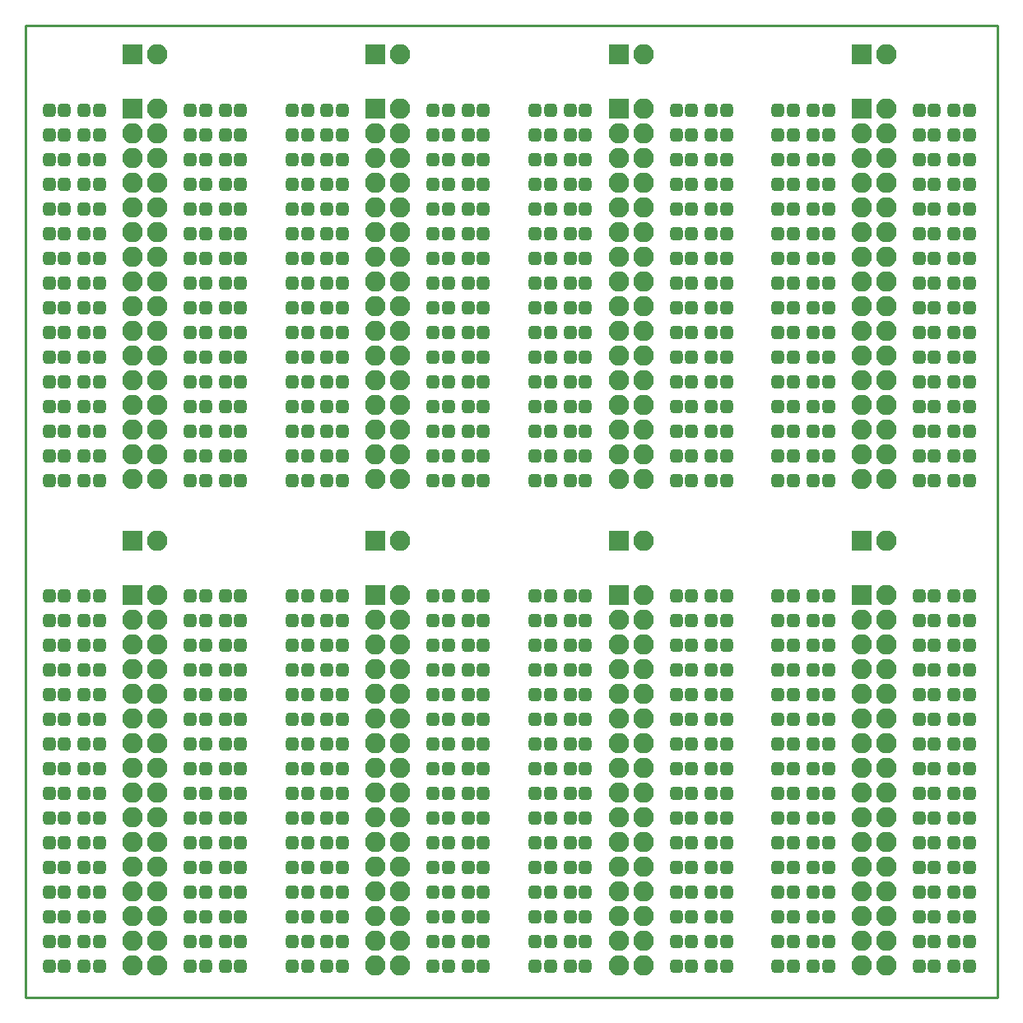
<source format=gbr>
%TF.GenerationSoftware,KiCad,Pcbnew,(5.99.0-8510-g4da28cf8f4)*%
%TF.CreationDate,2021-03-01T14:47:10+00:00*%
%TF.ProjectId,test_ledout,74657374-5f6c-4656-946f-75742e6b6963,D*%
%TF.SameCoordinates,PX5f5e100PY5f5e100*%
%TF.FileFunction,Soldermask,Top*%
%TF.FilePolarity,Negative*%
%FSLAX46Y46*%
G04 Gerber Fmt 4.6, Leading zero omitted, Abs format (unit mm)*
G04 Created by KiCad (PCBNEW (5.99.0-8510-g4da28cf8f4)) date 2021-03-01 14:47:10*
%MOMM*%
%LPD*%
G01*
G04 APERTURE LIST*
G04 Aperture macros list*
%AMRoundRect*
0 Rectangle with rounded corners*
0 $1 Rounding radius*
0 $2 $3 $4 $5 $6 $7 $8 $9 X,Y pos of 4 corners*
0 Add a 4 corners polygon primitive as box body*
4,1,4,$2,$3,$4,$5,$6,$7,$8,$9,$2,$3,0*
0 Add four circle primitives for the rounded corners*
1,1,$1+$1,$2,$3*
1,1,$1+$1,$4,$5*
1,1,$1+$1,$6,$7*
1,1,$1+$1,$8,$9*
0 Add four rect primitives between the rounded corners*
20,1,$1+$1,$2,$3,$4,$5,0*
20,1,$1+$1,$4,$5,$6,$7,0*
20,1,$1+$1,$6,$7,$8,$9,0*
20,1,$1+$1,$8,$9,$2,$3,0*%
G04 Aperture macros list end*
%TA.AperFunction,Profile*%
%ADD10C,0.254000*%
%TD*%
%ADD11RoundRect,0.318750X0.318750X0.356250X-0.318750X0.356250X-0.318750X-0.356250X0.318750X-0.356250X0*%
%ADD12RoundRect,0.318750X-0.318750X-0.356250X0.318750X-0.356250X0.318750X0.356250X-0.318750X0.356250X0*%
%ADD13RoundRect,0.200000X-0.850000X-0.850000X0.850000X-0.850000X0.850000X0.850000X-0.850000X0.850000X0*%
%ADD14O,2.100000X2.100000*%
G04 APERTURE END LIST*
D10*
X37000000Y-10000000D02*
X137000000Y-10000000D01*
X37000000Y90000000D02*
X37000000Y-10000000D01*
X137000000Y90000000D02*
X37000000Y90000000D01*
X137000000Y-10000000D02*
X137000000Y90000000D01*
D11*
%TO.C,REF\u002A\u002A*%
X94590000Y55870000D03*
X93015000Y55870000D03*
%TD*%
D12*
%TO.C,REF\u002A\u002A*%
X107522500Y81270000D03*
X109097500Y81270000D03*
%TD*%
D11*
%TO.C,REF\u002A\u002A*%
X89415000Y-6830000D03*
X90990000Y-6830000D03*
%TD*%
D12*
%TO.C,REF\u002A\u002A*%
X132522500Y31270000D03*
X134097500Y31270000D03*
%TD*%
%TO.C,REF\u002A\u002A*%
X128922500Y13490000D03*
X130497500Y13490000D03*
%TD*%
D11*
%TO.C,REF\u002A\u002A*%
X114415000Y31270000D03*
X115990000Y31270000D03*
%TD*%
D12*
%TO.C,REF\u002A\u002A*%
X132522500Y43170000D03*
X134097500Y43170000D03*
%TD*%
D11*
%TO.C,REF\u002A\u002A*%
X118015000Y50790000D03*
X119590000Y50790000D03*
%TD*%
D13*
%TO.C,REF\u002A\u002A*%
X98000000Y37000000D03*
D14*
X100540000Y37000000D03*
%TD*%
D12*
%TO.C,REF\u002A\u002A*%
X105497500Y8410000D03*
X103922500Y8410000D03*
%TD*%
D11*
%TO.C,REF\u002A\u002A*%
X90990000Y76190000D03*
X89415000Y76190000D03*
%TD*%
%TO.C,REF\u002A\u002A*%
X94590000Y76190000D03*
X93015000Y76190000D03*
%TD*%
%TO.C,REF\u002A\u002A*%
X118015000Y48250000D03*
X119590000Y48250000D03*
%TD*%
D12*
%TO.C,REF\u002A\u002A*%
X132522500Y78730000D03*
X134097500Y78730000D03*
%TD*%
D11*
%TO.C,REF\u002A\u002A*%
X115990000Y-1750000D03*
X114415000Y-1750000D03*
%TD*%
D12*
%TO.C,REF\u002A\u002A*%
X130497500Y71110000D03*
X128922500Y71110000D03*
%TD*%
%TO.C,REF\u002A\u002A*%
X134097500Y5870000D03*
X132522500Y5870000D03*
%TD*%
D11*
%TO.C,REF\u002A\u002A*%
X119590000Y5870000D03*
X118015000Y5870000D03*
%TD*%
%TO.C,REF\u002A\u002A*%
X93015000Y10950000D03*
X94590000Y10950000D03*
%TD*%
%TO.C,REF\u002A\u002A*%
X93015000Y28730000D03*
X94590000Y28730000D03*
%TD*%
D12*
%TO.C,REF\u002A\u002A*%
X103922500Y63490000D03*
X105497500Y63490000D03*
%TD*%
D11*
%TO.C,REF\u002A\u002A*%
X89415000Y81270000D03*
X90990000Y81270000D03*
%TD*%
D12*
%TO.C,REF\u002A\u002A*%
X103922500Y53330000D03*
X105497500Y53330000D03*
%TD*%
%TO.C,REF\u002A\u002A*%
X103922500Y50790000D03*
X105497500Y50790000D03*
%TD*%
D11*
%TO.C,REF\u002A\u002A*%
X89415000Y26190000D03*
X90990000Y26190000D03*
%TD*%
%TO.C,REF\u002A\u002A*%
X93015000Y26190000D03*
X94590000Y26190000D03*
%TD*%
D13*
%TO.C,REF\u002A\u002A*%
X98000000Y31400000D03*
D14*
X100540000Y31400000D03*
X98000000Y28860000D03*
X100540000Y28860000D03*
X98000000Y26320000D03*
X100540000Y26320000D03*
X98000000Y23780000D03*
X100540000Y23780000D03*
X98000000Y21240000D03*
X100540000Y21240000D03*
X98000000Y18700000D03*
X100540000Y18700000D03*
X98000000Y16160000D03*
X100540000Y16160000D03*
X98000000Y13620000D03*
X100540000Y13620000D03*
X98000000Y11080000D03*
X100540000Y11080000D03*
X98000000Y8540000D03*
X100540000Y8540000D03*
X98000000Y6000000D03*
X100540000Y6000000D03*
X98000000Y3460000D03*
X100540000Y3460000D03*
X98000000Y920000D03*
X100540000Y920000D03*
X98000000Y-1620000D03*
X100540000Y-1620000D03*
X98000000Y-4160000D03*
X100540000Y-4160000D03*
X98000000Y-6700000D03*
X100540000Y-6700000D03*
%TD*%
D11*
%TO.C,REF\u002A\u002A*%
X94590000Y73650000D03*
X93015000Y73650000D03*
%TD*%
D12*
%TO.C,REF\u002A\u002A*%
X105497500Y26190000D03*
X103922500Y26190000D03*
%TD*%
D11*
%TO.C,REF\u002A\u002A*%
X90990000Y50790000D03*
X89415000Y50790000D03*
%TD*%
D12*
%TO.C,REF\u002A\u002A*%
X103922500Y76190000D03*
X105497500Y76190000D03*
%TD*%
%TO.C,REF\u002A\u002A*%
X130497500Y76190000D03*
X128922500Y76190000D03*
%TD*%
%TO.C,REF\u002A\u002A*%
X107522500Y-6830000D03*
X109097500Y-6830000D03*
%TD*%
%TO.C,REF\u002A\u002A*%
X105497500Y-4290000D03*
X103922500Y-4290000D03*
%TD*%
%TO.C,REF\u002A\u002A*%
X103922500Y73650000D03*
X105497500Y73650000D03*
%TD*%
%TO.C,REF\u002A\u002A*%
X109097500Y45710000D03*
X107522500Y45710000D03*
%TD*%
%TO.C,REF\u002A\u002A*%
X105497500Y81270000D03*
X103922500Y81270000D03*
%TD*%
D11*
%TO.C,REF\u002A\u002A*%
X90990000Y68570000D03*
X89415000Y68570000D03*
%TD*%
%TO.C,REF\u002A\u002A*%
X93015000Y18570000D03*
X94590000Y18570000D03*
%TD*%
%TO.C,REF\u002A\u002A*%
X93015000Y16030000D03*
X94590000Y16030000D03*
%TD*%
%TO.C,REF\u002A\u002A*%
X114415000Y73650000D03*
X115990000Y73650000D03*
%TD*%
%TO.C,REF\u002A\u002A*%
X119590000Y3330000D03*
X118015000Y3330000D03*
%TD*%
D12*
%TO.C,REF\u002A\u002A*%
X130497500Y66030000D03*
X128922500Y66030000D03*
%TD*%
%TO.C,REF\u002A\u002A*%
X134097500Y-1750000D03*
X132522500Y-1750000D03*
%TD*%
D11*
%TO.C,REF\u002A\u002A*%
X90990000Y43170000D03*
X89415000Y43170000D03*
%TD*%
D12*
%TO.C,REF\u002A\u002A*%
X109097500Y60950000D03*
X107522500Y60950000D03*
%TD*%
D11*
%TO.C,REF\u002A\u002A*%
X93015000Y13490000D03*
X94590000Y13490000D03*
%TD*%
%TO.C,REF\u002A\u002A*%
X93015000Y-6830000D03*
X94590000Y-6830000D03*
%TD*%
D12*
%TO.C,REF\u002A\u002A*%
X105497500Y-1750000D03*
X103922500Y-1750000D03*
%TD*%
%TO.C,REF\u002A\u002A*%
X134097500Y8410000D03*
X132522500Y8410000D03*
%TD*%
D11*
%TO.C,REF\u002A\u002A*%
X119590000Y-1750000D03*
X118015000Y-1750000D03*
%TD*%
%TO.C,REF\u002A\u002A*%
X93015000Y81270000D03*
X94590000Y81270000D03*
%TD*%
D12*
%TO.C,REF\u002A\u002A*%
X109097500Y63490000D03*
X107522500Y63490000D03*
%TD*%
D11*
%TO.C,REF\u002A\u002A*%
X114415000Y43170000D03*
X115990000Y43170000D03*
%TD*%
D12*
%TO.C,REF\u002A\u002A*%
X132522500Y60950000D03*
X134097500Y60950000D03*
%TD*%
D11*
%TO.C,REF\u002A\u002A*%
X119590000Y13490000D03*
X118015000Y13490000D03*
%TD*%
%TO.C,REF\u002A\u002A*%
X119590000Y-6830000D03*
X118015000Y-6830000D03*
%TD*%
D12*
%TO.C,REF\u002A\u002A*%
X128922500Y-1750000D03*
X130497500Y-1750000D03*
%TD*%
D11*
%TO.C,REF\u002A\u002A*%
X119590000Y81270000D03*
X118015000Y81270000D03*
%TD*%
%TO.C,REF\u002A\u002A*%
X90990000Y45710000D03*
X89415000Y45710000D03*
%TD*%
D12*
%TO.C,REF\u002A\u002A*%
X103922500Y68570000D03*
X105497500Y68570000D03*
%TD*%
%TO.C,REF\u002A\u002A*%
X105497500Y28730000D03*
X103922500Y28730000D03*
%TD*%
D11*
%TO.C,REF\u002A\u002A*%
X94590000Y63490000D03*
X93015000Y63490000D03*
%TD*%
%TO.C,REF\u002A\u002A*%
X94590000Y43170000D03*
X93015000Y43170000D03*
%TD*%
D12*
%TO.C,REF\u002A\u002A*%
X107522500Y-4290000D03*
X109097500Y-4290000D03*
%TD*%
%TO.C,REF\u002A\u002A*%
X103922500Y31270000D03*
X105497500Y31270000D03*
%TD*%
%TO.C,REF\u002A\u002A*%
X109097500Y50790000D03*
X107522500Y50790000D03*
%TD*%
D11*
%TO.C,REF\u002A\u002A*%
X89415000Y18570000D03*
X90990000Y18570000D03*
%TD*%
D12*
%TO.C,REF\u002A\u002A*%
X107522500Y21110000D03*
X109097500Y21110000D03*
%TD*%
%TO.C,REF\u002A\u002A*%
X105497500Y10950000D03*
X103922500Y10950000D03*
%TD*%
D11*
%TO.C,REF\u002A\u002A*%
X93015000Y21110000D03*
X94590000Y21110000D03*
%TD*%
D12*
%TO.C,REF\u002A\u002A*%
X107522500Y18570000D03*
X109097500Y18570000D03*
%TD*%
%TO.C,REF\u002A\u002A*%
X107522500Y16030000D03*
X109097500Y16030000D03*
%TD*%
D11*
%TO.C,REF\u002A\u002A*%
X89415000Y10950000D03*
X90990000Y10950000D03*
%TD*%
%TO.C,REF\u002A\u002A*%
X89415000Y3330000D03*
X90990000Y3330000D03*
%TD*%
%TO.C,REF\u002A\u002A*%
X90990000Y55870000D03*
X89415000Y55870000D03*
%TD*%
D12*
%TO.C,REF\u002A\u002A*%
X132522500Y68570000D03*
X134097500Y68570000D03*
%TD*%
D11*
%TO.C,REF\u002A\u002A*%
X114415000Y78730000D03*
X115990000Y78730000D03*
%TD*%
%TO.C,REF\u002A\u002A*%
X118015000Y58410000D03*
X119590000Y58410000D03*
%TD*%
D12*
%TO.C,REF\u002A\u002A*%
X128922500Y18570000D03*
X130497500Y18570000D03*
%TD*%
%TO.C,REF\u002A\u002A*%
X132522500Y71110000D03*
X134097500Y71110000D03*
%TD*%
%TO.C,REF\u002A\u002A*%
X130497500Y60950000D03*
X128922500Y60950000D03*
%TD*%
D11*
%TO.C,REF\u002A\u002A*%
X94590000Y48250000D03*
X93015000Y48250000D03*
%TD*%
D12*
%TO.C,REF\u002A\u002A*%
X109097500Y78730000D03*
X107522500Y78730000D03*
%TD*%
%TO.C,REF\u002A\u002A*%
X130497500Y53330000D03*
X128922500Y53330000D03*
%TD*%
%TO.C,REF\u002A\u002A*%
X130497500Y50790000D03*
X128922500Y50790000D03*
%TD*%
D11*
%TO.C,REF\u002A\u002A*%
X115990000Y26190000D03*
X114415000Y26190000D03*
%TD*%
%TO.C,REF\u002A\u002A*%
X119590000Y26190000D03*
X118015000Y26190000D03*
%TD*%
%TO.C,REF\u002A\u002A*%
X89415000Y-1750000D03*
X90990000Y-1750000D03*
%TD*%
D12*
%TO.C,REF\u002A\u002A*%
X103922500Y71110000D03*
X105497500Y71110000D03*
%TD*%
%TO.C,REF\u002A\u002A*%
X107522500Y5870000D03*
X109097500Y5870000D03*
%TD*%
D11*
%TO.C,REF\u002A\u002A*%
X93015000Y5870000D03*
X94590000Y5870000D03*
%TD*%
%TO.C,REF\u002A\u002A*%
X115990000Y16030000D03*
X114415000Y16030000D03*
%TD*%
%TO.C,REF\u002A\u002A*%
X118015000Y45710000D03*
X119590000Y45710000D03*
%TD*%
D12*
%TO.C,REF\u002A\u002A*%
X128922500Y21110000D03*
X130497500Y21110000D03*
%TD*%
%TO.C,REF\u002A\u002A*%
X132522500Y73650000D03*
X134097500Y73650000D03*
%TD*%
%TO.C,REF\u002A\u002A*%
X134097500Y28730000D03*
X132522500Y28730000D03*
%TD*%
D11*
%TO.C,REF\u002A\u002A*%
X115990000Y8410000D03*
X114415000Y8410000D03*
%TD*%
D12*
%TO.C,REF\u002A\u002A*%
X109097500Y31270000D03*
X107522500Y31270000D03*
%TD*%
D14*
%TO.C,REF\u002A\u002A*%
X125540000Y-6700000D03*
X123000000Y-6700000D03*
X125540000Y-4160000D03*
X123000000Y-4160000D03*
X125540000Y-1620000D03*
X123000000Y-1620000D03*
X125540000Y920000D03*
X123000000Y920000D03*
X125540000Y3460000D03*
X123000000Y3460000D03*
X125540000Y6000000D03*
X123000000Y6000000D03*
X125540000Y8540000D03*
X123000000Y8540000D03*
X125540000Y11080000D03*
X123000000Y11080000D03*
X125540000Y13620000D03*
X123000000Y13620000D03*
X125540000Y16160000D03*
X123000000Y16160000D03*
X125540000Y18700000D03*
X123000000Y18700000D03*
X125540000Y21240000D03*
X123000000Y21240000D03*
X125540000Y23780000D03*
X123000000Y23780000D03*
X125540000Y26320000D03*
X123000000Y26320000D03*
X125540000Y28860000D03*
X123000000Y28860000D03*
X125540000Y31400000D03*
D13*
X123000000Y31400000D03*
%TD*%
D11*
%TO.C,REF\u002A\u002A*%
X118015000Y73650000D03*
X119590000Y73650000D03*
%TD*%
D12*
%TO.C,REF\u002A\u002A*%
X128922500Y26190000D03*
X130497500Y26190000D03*
%TD*%
D11*
%TO.C,REF\u002A\u002A*%
X114415000Y50790000D03*
X115990000Y50790000D03*
%TD*%
D12*
%TO.C,REF\u002A\u002A*%
X134097500Y-6830000D03*
X132522500Y-6830000D03*
%TD*%
%TO.C,REF\u002A\u002A*%
X105497500Y13490000D03*
X103922500Y13490000D03*
%TD*%
D11*
%TO.C,REF\u002A\u002A*%
X118015000Y55870000D03*
X119590000Y55870000D03*
%TD*%
D12*
%TO.C,REF\u002A\u002A*%
X134097500Y81270000D03*
X132522500Y81270000D03*
%TD*%
D11*
%TO.C,REF\u002A\u002A*%
X115990000Y-6830000D03*
X114415000Y-6830000D03*
%TD*%
D14*
%TO.C,REF\u002A\u002A*%
X125540000Y37000000D03*
D13*
X123000000Y37000000D03*
%TD*%
D11*
%TO.C,REF\u002A\u002A*%
X90990000Y31270000D03*
X89415000Y31270000D03*
%TD*%
D12*
%TO.C,REF\u002A\u002A*%
X109097500Y43170000D03*
X107522500Y43170000D03*
%TD*%
D11*
%TO.C,REF\u002A\u002A*%
X94590000Y50790000D03*
X93015000Y50790000D03*
%TD*%
%TO.C,REF\u002A\u002A*%
X118015000Y31270000D03*
X119590000Y31270000D03*
%TD*%
D12*
%TO.C,REF\u002A\u002A*%
X134097500Y13490000D03*
X132522500Y13490000D03*
%TD*%
D11*
%TO.C,REF\u002A\u002A*%
X118015000Y60950000D03*
X119590000Y60950000D03*
%TD*%
%TO.C,REF\u002A\u002A*%
X118015000Y78730000D03*
X119590000Y78730000D03*
%TD*%
D12*
%TO.C,REF\u002A\u002A*%
X134097500Y10950000D03*
X132522500Y10950000D03*
%TD*%
D11*
%TO.C,REF\u002A\u002A*%
X119590000Y790000D03*
X118015000Y790000D03*
%TD*%
%TO.C,REF\u002A\u002A*%
X115990000Y790000D03*
X114415000Y790000D03*
%TD*%
%TO.C,REF\u002A\u002A*%
X115990000Y23650000D03*
X114415000Y23650000D03*
%TD*%
%TO.C,REF\u002A\u002A*%
X119590000Y23650000D03*
X118015000Y23650000D03*
%TD*%
%TO.C,REF\u002A\u002A*%
X114415000Y48250000D03*
X115990000Y48250000D03*
%TD*%
D12*
%TO.C,REF\u002A\u002A*%
X132522500Y55870000D03*
X134097500Y55870000D03*
%TD*%
D11*
%TO.C,REF\u002A\u002A*%
X89415000Y28730000D03*
X90990000Y28730000D03*
%TD*%
D12*
%TO.C,REF\u002A\u002A*%
X130497500Y78730000D03*
X128922500Y78730000D03*
%TD*%
D11*
%TO.C,REF\u002A\u002A*%
X115990000Y21110000D03*
X114415000Y21110000D03*
%TD*%
%TO.C,REF\u002A\u002A*%
X114415000Y63490000D03*
X115990000Y63490000D03*
%TD*%
D12*
%TO.C,REF\u002A\u002A*%
X128922500Y5870000D03*
X130497500Y5870000D03*
%TD*%
%TO.C,REF\u002A\u002A*%
X130497500Y43170000D03*
X128922500Y43170000D03*
%TD*%
%TO.C,REF\u002A\u002A*%
X132522500Y76190000D03*
X134097500Y76190000D03*
%TD*%
D11*
%TO.C,REF\u002A\u002A*%
X93015000Y8410000D03*
X94590000Y8410000D03*
%TD*%
D12*
%TO.C,REF\u002A\u002A*%
X107522500Y3330000D03*
X109097500Y3330000D03*
%TD*%
D14*
%TO.C,REF\u002A\u002A*%
X100540000Y87000000D03*
D13*
X98000000Y87000000D03*
%TD*%
D12*
%TO.C,REF\u002A\u002A*%
X103922500Y58410000D03*
X105497500Y58410000D03*
%TD*%
%TO.C,REF\u002A\u002A*%
X103922500Y48250000D03*
X105497500Y48250000D03*
%TD*%
%TO.C,REF\u002A\u002A*%
X103922500Y78730000D03*
X105497500Y78730000D03*
%TD*%
D11*
%TO.C,REF\u002A\u002A*%
X89415000Y21110000D03*
X90990000Y21110000D03*
%TD*%
%TO.C,REF\u002A\u002A*%
X90990000Y63490000D03*
X89415000Y63490000D03*
%TD*%
D12*
%TO.C,REF\u002A\u002A*%
X105497500Y5870000D03*
X103922500Y5870000D03*
%TD*%
%TO.C,REF\u002A\u002A*%
X103922500Y43170000D03*
X105497500Y43170000D03*
%TD*%
%TO.C,REF\u002A\u002A*%
X109097500Y76190000D03*
X107522500Y76190000D03*
%TD*%
D11*
%TO.C,REF\u002A\u002A*%
X89415000Y-4290000D03*
X90990000Y-4290000D03*
%TD*%
D12*
%TO.C,REF\u002A\u002A*%
X109097500Y53330000D03*
X107522500Y53330000D03*
%TD*%
D11*
%TO.C,REF\u002A\u002A*%
X90990000Y71110000D03*
X89415000Y71110000D03*
%TD*%
D12*
%TO.C,REF\u002A\u002A*%
X103922500Y55870000D03*
X105497500Y55870000D03*
%TD*%
D11*
%TO.C,REF\u002A\u002A*%
X90990000Y58410000D03*
X89415000Y58410000D03*
%TD*%
%TO.C,REF\u002A\u002A*%
X94590000Y71110000D03*
X93015000Y71110000D03*
%TD*%
D12*
%TO.C,REF\u002A\u002A*%
X109097500Y68570000D03*
X107522500Y68570000D03*
%TD*%
D11*
%TO.C,REF\u002A\u002A*%
X90990000Y78730000D03*
X89415000Y78730000D03*
%TD*%
%TO.C,REF\u002A\u002A*%
X94590000Y58410000D03*
X93015000Y58410000D03*
%TD*%
D12*
%TO.C,REF\u002A\u002A*%
X128922500Y23650000D03*
X130497500Y23650000D03*
%TD*%
%TO.C,REF\u002A\u002A*%
X134097500Y26190000D03*
X132522500Y26190000D03*
%TD*%
%TO.C,REF\u002A\u002A*%
X105497500Y18570000D03*
X103922500Y18570000D03*
%TD*%
%TO.C,REF\u002A\u002A*%
X109097500Y71110000D03*
X107522500Y71110000D03*
%TD*%
%TO.C,REF\u002A\u002A*%
X103922500Y60950000D03*
X105497500Y60950000D03*
%TD*%
D11*
%TO.C,REF\u002A\u002A*%
X94590000Y31270000D03*
X93015000Y31270000D03*
%TD*%
D12*
%TO.C,REF\u002A\u002A*%
X107522500Y13490000D03*
X109097500Y13490000D03*
%TD*%
D11*
%TO.C,REF\u002A\u002A*%
X94590000Y60950000D03*
X93015000Y60950000D03*
%TD*%
%TO.C,REF\u002A\u002A*%
X94590000Y78730000D03*
X93015000Y78730000D03*
%TD*%
%TO.C,REF\u002A\u002A*%
X114415000Y53330000D03*
X115990000Y53330000D03*
%TD*%
%TO.C,REF\u002A\u002A*%
X118015000Y53330000D03*
X119590000Y53330000D03*
%TD*%
D12*
%TO.C,REF\u002A\u002A*%
X132522500Y48250000D03*
X134097500Y48250000D03*
%TD*%
D11*
%TO.C,REF\u002A\u002A*%
X119590000Y-4290000D03*
X118015000Y-4290000D03*
%TD*%
D12*
%TO.C,REF\u002A\u002A*%
X107522500Y10950000D03*
X109097500Y10950000D03*
%TD*%
D11*
%TO.C,REF\u002A\u002A*%
X93015000Y790000D03*
X94590000Y790000D03*
%TD*%
%TO.C,REF\u002A\u002A*%
X118015000Y68570000D03*
X119590000Y68570000D03*
%TD*%
%TO.C,REF\u002A\u002A*%
X118015000Y66030000D03*
X119590000Y66030000D03*
%TD*%
D12*
%TO.C,REF\u002A\u002A*%
X134097500Y23650000D03*
X132522500Y23650000D03*
%TD*%
%TO.C,REF\u002A\u002A*%
X132522500Y66030000D03*
X134097500Y66030000D03*
%TD*%
D11*
%TO.C,REF\u002A\u002A*%
X114415000Y60950000D03*
X115990000Y60950000D03*
%TD*%
%TO.C,REF\u002A\u002A*%
X90990000Y73650000D03*
X89415000Y73650000D03*
%TD*%
%TO.C,REF\u002A\u002A*%
X93015000Y3330000D03*
X94590000Y3330000D03*
%TD*%
D12*
%TO.C,REF\u002A\u002A*%
X103922500Y66030000D03*
X105497500Y66030000D03*
%TD*%
D11*
%TO.C,REF\u002A\u002A*%
X114415000Y66030000D03*
X115990000Y66030000D03*
%TD*%
D12*
%TO.C,REF\u002A\u002A*%
X128922500Y790000D03*
X130497500Y790000D03*
%TD*%
D13*
%TO.C,REF\u002A\u002A*%
X123000000Y81400000D03*
D14*
X125540000Y81400000D03*
X123000000Y78860000D03*
X125540000Y78860000D03*
X123000000Y76320000D03*
X125540000Y76320000D03*
X123000000Y73780000D03*
X125540000Y73780000D03*
X123000000Y71240000D03*
X125540000Y71240000D03*
X123000000Y68700000D03*
X125540000Y68700000D03*
X123000000Y66160000D03*
X125540000Y66160000D03*
X123000000Y63620000D03*
X125540000Y63620000D03*
X123000000Y61080000D03*
X125540000Y61080000D03*
X123000000Y58540000D03*
X125540000Y58540000D03*
X123000000Y56000000D03*
X125540000Y56000000D03*
X123000000Y53460000D03*
X125540000Y53460000D03*
X123000000Y50920000D03*
X125540000Y50920000D03*
X123000000Y48380000D03*
X125540000Y48380000D03*
X123000000Y45840000D03*
X125540000Y45840000D03*
X123000000Y43300000D03*
X125540000Y43300000D03*
%TD*%
D12*
%TO.C,REF\u002A\u002A*%
X130497500Y45710000D03*
X128922500Y45710000D03*
%TD*%
%TO.C,REF\u002A\u002A*%
X107522500Y-1750000D03*
X109097500Y-1750000D03*
%TD*%
%TO.C,REF\u002A\u002A*%
X109097500Y58410000D03*
X107522500Y58410000D03*
%TD*%
%TO.C,REF\u002A\u002A*%
X105497500Y-6830000D03*
X103922500Y-6830000D03*
%TD*%
%TO.C,REF\u002A\u002A*%
X107522500Y26190000D03*
X109097500Y26190000D03*
%TD*%
%TO.C,REF\u002A\u002A*%
X105497500Y23650000D03*
X103922500Y23650000D03*
%TD*%
D11*
%TO.C,REF\u002A\u002A*%
X93015000Y-1750000D03*
X94590000Y-1750000D03*
%TD*%
D12*
%TO.C,REF\u002A\u002A*%
X107522500Y8410000D03*
X109097500Y8410000D03*
%TD*%
D11*
%TO.C,REF\u002A\u002A*%
X89415000Y16030000D03*
X90990000Y16030000D03*
%TD*%
%TO.C,REF\u002A\u002A*%
X94590000Y45710000D03*
X93015000Y45710000D03*
%TD*%
D12*
%TO.C,REF\u002A\u002A*%
X105497500Y21110000D03*
X103922500Y21110000D03*
%TD*%
%TO.C,REF\u002A\u002A*%
X109097500Y73650000D03*
X107522500Y73650000D03*
%TD*%
D11*
%TO.C,REF\u002A\u002A*%
X115990000Y-4290000D03*
X114415000Y-4290000D03*
%TD*%
D12*
%TO.C,REF\u002A\u002A*%
X132522500Y53330000D03*
X134097500Y53330000D03*
%TD*%
D11*
%TO.C,REF\u002A\u002A*%
X114415000Y71110000D03*
X115990000Y71110000D03*
%TD*%
D12*
%TO.C,REF\u002A\u002A*%
X130497500Y55870000D03*
X128922500Y55870000D03*
%TD*%
D11*
%TO.C,REF\u002A\u002A*%
X114415000Y58410000D03*
X115990000Y58410000D03*
%TD*%
%TO.C,REF\u002A\u002A*%
X118015000Y71110000D03*
X119590000Y71110000D03*
%TD*%
D12*
%TO.C,REF\u002A\u002A*%
X107522500Y28730000D03*
X109097500Y28730000D03*
%TD*%
D11*
%TO.C,REF\u002A\u002A*%
X89415000Y8410000D03*
X90990000Y8410000D03*
%TD*%
D12*
%TO.C,REF\u002A\u002A*%
X105497500Y3330000D03*
X103922500Y3330000D03*
%TD*%
%TO.C,REF\u002A\u002A*%
X134097500Y-4290000D03*
X132522500Y-4290000D03*
%TD*%
%TO.C,REF\u002A\u002A*%
X130497500Y31270000D03*
X128922500Y31270000D03*
%TD*%
%TO.C,REF\u002A\u002A*%
X132522500Y50790000D03*
X134097500Y50790000D03*
%TD*%
D11*
%TO.C,REF\u002A\u002A*%
X115990000Y18570000D03*
X114415000Y18570000D03*
%TD*%
D12*
%TO.C,REF\u002A\u002A*%
X134097500Y21110000D03*
X132522500Y21110000D03*
%TD*%
%TO.C,REF\u002A\u002A*%
X128922500Y10950000D03*
X130497500Y10950000D03*
%TD*%
%TO.C,REF\u002A\u002A*%
X128922500Y8410000D03*
X130497500Y8410000D03*
%TD*%
D11*
%TO.C,REF\u002A\u002A*%
X114415000Y76190000D03*
X115990000Y76190000D03*
%TD*%
%TO.C,REF\u002A\u002A*%
X118015000Y76190000D03*
X119590000Y76190000D03*
%TD*%
%TO.C,REF\u002A\u002A*%
X119590000Y10950000D03*
X118015000Y10950000D03*
%TD*%
%TO.C,REF\u002A\u002A*%
X119590000Y28730000D03*
X118015000Y28730000D03*
%TD*%
D12*
%TO.C,REF\u002A\u002A*%
X130497500Y63490000D03*
X128922500Y63490000D03*
%TD*%
D11*
%TO.C,REF\u002A\u002A*%
X115990000Y81270000D03*
X114415000Y81270000D03*
%TD*%
D12*
%TO.C,REF\u002A\u002A*%
X107522500Y790000D03*
X109097500Y790000D03*
%TD*%
%TO.C,REF\u002A\u002A*%
X105497500Y16030000D03*
X103922500Y16030000D03*
%TD*%
D11*
%TO.C,REF\u002A\u002A*%
X89415000Y13490000D03*
X90990000Y13490000D03*
%TD*%
D12*
%TO.C,REF\u002A\u002A*%
X128922500Y-4290000D03*
X130497500Y-4290000D03*
%TD*%
%TO.C,REF\u002A\u002A*%
X130497500Y73650000D03*
X128922500Y73650000D03*
%TD*%
%TO.C,REF\u002A\u002A*%
X132522500Y45710000D03*
X134097500Y45710000D03*
%TD*%
%TO.C,REF\u002A\u002A*%
X128922500Y81270000D03*
X130497500Y81270000D03*
%TD*%
D11*
%TO.C,REF\u002A\u002A*%
X114415000Y68570000D03*
X115990000Y68570000D03*
%TD*%
%TO.C,REF\u002A\u002A*%
X119590000Y18570000D03*
X118015000Y18570000D03*
%TD*%
%TO.C,REF\u002A\u002A*%
X119590000Y16030000D03*
X118015000Y16030000D03*
%TD*%
%TO.C,REF\u002A\u002A*%
X89415000Y5870000D03*
X90990000Y5870000D03*
%TD*%
%TO.C,REF\u002A\u002A*%
X89415000Y790000D03*
X90990000Y790000D03*
%TD*%
%TO.C,REF\u002A\u002A*%
X89415000Y23650000D03*
X90990000Y23650000D03*
%TD*%
%TO.C,REF\u002A\u002A*%
X93015000Y23650000D03*
X94590000Y23650000D03*
%TD*%
D12*
%TO.C,REF\u002A\u002A*%
X132522500Y63490000D03*
X134097500Y63490000D03*
%TD*%
D11*
%TO.C,REF\u002A\u002A*%
X114415000Y45710000D03*
X115990000Y45710000D03*
%TD*%
D12*
%TO.C,REF\u002A\u002A*%
X130497500Y68570000D03*
X128922500Y68570000D03*
%TD*%
%TO.C,REF\u002A\u002A*%
X128922500Y28730000D03*
X130497500Y28730000D03*
%TD*%
D11*
%TO.C,REF\u002A\u002A*%
X118015000Y63490000D03*
X119590000Y63490000D03*
%TD*%
%TO.C,REF\u002A\u002A*%
X118015000Y43170000D03*
X119590000Y43170000D03*
%TD*%
%TO.C,REF\u002A\u002A*%
X115990000Y28730000D03*
X114415000Y28730000D03*
%TD*%
%TO.C,REF\u002A\u002A*%
X119590000Y8410000D03*
X118015000Y8410000D03*
%TD*%
D12*
%TO.C,REF\u002A\u002A*%
X134097500Y3330000D03*
X132522500Y3330000D03*
%TD*%
D13*
%TO.C,REF\u002A\u002A*%
X123000000Y87000000D03*
D14*
X125540000Y87000000D03*
%TD*%
D12*
%TO.C,REF\u002A\u002A*%
X130497500Y58410000D03*
X128922500Y58410000D03*
%TD*%
%TO.C,REF\u002A\u002A*%
X130497500Y48250000D03*
X128922500Y48250000D03*
%TD*%
D11*
%TO.C,REF\u002A\u002A*%
X90990000Y48250000D03*
X89415000Y48250000D03*
%TD*%
D12*
%TO.C,REF\u002A\u002A*%
X109097500Y55870000D03*
X107522500Y55870000D03*
%TD*%
D11*
%TO.C,REF\u002A\u002A*%
X90990000Y66030000D03*
X89415000Y66030000D03*
%TD*%
D12*
%TO.C,REF\u002A\u002A*%
X105497500Y790000D03*
X103922500Y790000D03*
%TD*%
D14*
%TO.C,REF\u002A\u002A*%
X100540000Y43300000D03*
X98000000Y43300000D03*
X100540000Y45840000D03*
X98000000Y45840000D03*
X100540000Y48380000D03*
X98000000Y48380000D03*
X100540000Y50920000D03*
X98000000Y50920000D03*
X100540000Y53460000D03*
X98000000Y53460000D03*
X100540000Y56000000D03*
X98000000Y56000000D03*
X100540000Y58540000D03*
X98000000Y58540000D03*
X100540000Y61080000D03*
X98000000Y61080000D03*
X100540000Y63620000D03*
X98000000Y63620000D03*
X100540000Y66160000D03*
X98000000Y66160000D03*
X100540000Y68700000D03*
X98000000Y68700000D03*
X100540000Y71240000D03*
X98000000Y71240000D03*
X100540000Y73780000D03*
X98000000Y73780000D03*
X100540000Y76320000D03*
X98000000Y76320000D03*
X100540000Y78860000D03*
X98000000Y78860000D03*
X100540000Y81400000D03*
D13*
X98000000Y81400000D03*
%TD*%
D12*
%TO.C,REF\u002A\u002A*%
X128922500Y3330000D03*
X130497500Y3330000D03*
%TD*%
%TO.C,REF\u002A\u002A*%
X134097500Y790000D03*
X132522500Y790000D03*
%TD*%
%TO.C,REF\u002A\u002A*%
X128922500Y16030000D03*
X130497500Y16030000D03*
%TD*%
D11*
%TO.C,REF\u002A\u002A*%
X115990000Y13490000D03*
X114415000Y13490000D03*
%TD*%
%TO.C,REF\u002A\u002A*%
X115990000Y5870000D03*
X114415000Y5870000D03*
%TD*%
D12*
%TO.C,REF\u002A\u002A*%
X103922500Y45710000D03*
X105497500Y45710000D03*
%TD*%
D11*
%TO.C,REF\u002A\u002A*%
X94590000Y68570000D03*
X93015000Y68570000D03*
%TD*%
%TO.C,REF\u002A\u002A*%
X94590000Y66030000D03*
X93015000Y66030000D03*
%TD*%
D12*
%TO.C,REF\u002A\u002A*%
X107522500Y23650000D03*
X109097500Y23650000D03*
%TD*%
D11*
%TO.C,REF\u002A\u002A*%
X119590000Y21110000D03*
X118015000Y21110000D03*
%TD*%
D12*
%TO.C,REF\u002A\u002A*%
X134097500Y18570000D03*
X132522500Y18570000D03*
%TD*%
%TO.C,REF\u002A\u002A*%
X134097500Y16030000D03*
X132522500Y16030000D03*
%TD*%
D11*
%TO.C,REF\u002A\u002A*%
X115990000Y10950000D03*
X114415000Y10950000D03*
%TD*%
%TO.C,REF\u002A\u002A*%
X115990000Y3330000D03*
X114415000Y3330000D03*
%TD*%
%TO.C,REF\u002A\u002A*%
X114415000Y55870000D03*
X115990000Y55870000D03*
%TD*%
D12*
%TO.C,REF\u002A\u002A*%
X109097500Y66030000D03*
X107522500Y66030000D03*
%TD*%
D11*
%TO.C,REF\u002A\u002A*%
X90990000Y60950000D03*
X89415000Y60950000D03*
%TD*%
%TO.C,REF\u002A\u002A*%
X90990000Y53330000D03*
X89415000Y53330000D03*
%TD*%
D12*
%TO.C,REF\u002A\u002A*%
X132522500Y58410000D03*
X134097500Y58410000D03*
%TD*%
%TO.C,REF\u002A\u002A*%
X128922500Y-6830000D03*
X130497500Y-6830000D03*
%TD*%
D11*
%TO.C,REF\u002A\u002A*%
X94590000Y53330000D03*
X93015000Y53330000D03*
%TD*%
D12*
%TO.C,REF\u002A\u002A*%
X109097500Y48250000D03*
X107522500Y48250000D03*
%TD*%
D11*
%TO.C,REF\u002A\u002A*%
X93015000Y-4290000D03*
X94590000Y-4290000D03*
%TD*%
%TO.C,REF\u002A\u002A*%
X69590000Y55870000D03*
X68015000Y55870000D03*
%TD*%
D12*
%TO.C,REF\u002A\u002A*%
X82522500Y81270000D03*
X84097500Y81270000D03*
%TD*%
D11*
%TO.C,REF\u002A\u002A*%
X64415000Y-6830000D03*
X65990000Y-6830000D03*
%TD*%
D13*
%TO.C,REF\u002A\u002A*%
X73000000Y37000000D03*
D14*
X75540000Y37000000D03*
%TD*%
D12*
%TO.C,REF\u002A\u002A*%
X80497500Y8410000D03*
X78922500Y8410000D03*
%TD*%
D11*
%TO.C,REF\u002A\u002A*%
X65990000Y76190000D03*
X64415000Y76190000D03*
%TD*%
%TO.C,REF\u002A\u002A*%
X69590000Y76190000D03*
X68015000Y76190000D03*
%TD*%
%TO.C,REF\u002A\u002A*%
X68015000Y10950000D03*
X69590000Y10950000D03*
%TD*%
%TO.C,REF\u002A\u002A*%
X68015000Y28730000D03*
X69590000Y28730000D03*
%TD*%
D12*
%TO.C,REF\u002A\u002A*%
X78922500Y63490000D03*
X80497500Y63490000D03*
%TD*%
D11*
%TO.C,REF\u002A\u002A*%
X64415000Y81270000D03*
X65990000Y81270000D03*
%TD*%
D12*
%TO.C,REF\u002A\u002A*%
X78922500Y53330000D03*
X80497500Y53330000D03*
%TD*%
%TO.C,REF\u002A\u002A*%
X78922500Y50790000D03*
X80497500Y50790000D03*
%TD*%
D11*
%TO.C,REF\u002A\u002A*%
X64415000Y26190000D03*
X65990000Y26190000D03*
%TD*%
%TO.C,REF\u002A\u002A*%
X68015000Y26190000D03*
X69590000Y26190000D03*
%TD*%
D13*
%TO.C,REF\u002A\u002A*%
X73000000Y31400000D03*
D14*
X75540000Y31400000D03*
X73000000Y28860000D03*
X75540000Y28860000D03*
X73000000Y26320000D03*
X75540000Y26320000D03*
X73000000Y23780000D03*
X75540000Y23780000D03*
X73000000Y21240000D03*
X75540000Y21240000D03*
X73000000Y18700000D03*
X75540000Y18700000D03*
X73000000Y16160000D03*
X75540000Y16160000D03*
X73000000Y13620000D03*
X75540000Y13620000D03*
X73000000Y11080000D03*
X75540000Y11080000D03*
X73000000Y8540000D03*
X75540000Y8540000D03*
X73000000Y6000000D03*
X75540000Y6000000D03*
X73000000Y3460000D03*
X75540000Y3460000D03*
X73000000Y920000D03*
X75540000Y920000D03*
X73000000Y-1620000D03*
X75540000Y-1620000D03*
X73000000Y-4160000D03*
X75540000Y-4160000D03*
X73000000Y-6700000D03*
X75540000Y-6700000D03*
%TD*%
D11*
%TO.C,REF\u002A\u002A*%
X69590000Y73650000D03*
X68015000Y73650000D03*
%TD*%
D12*
%TO.C,REF\u002A\u002A*%
X80497500Y26190000D03*
X78922500Y26190000D03*
%TD*%
D11*
%TO.C,REF\u002A\u002A*%
X65990000Y50790000D03*
X64415000Y50790000D03*
%TD*%
D12*
%TO.C,REF\u002A\u002A*%
X78922500Y76190000D03*
X80497500Y76190000D03*
%TD*%
%TO.C,REF\u002A\u002A*%
X82522500Y-6830000D03*
X84097500Y-6830000D03*
%TD*%
%TO.C,REF\u002A\u002A*%
X80497500Y-4290000D03*
X78922500Y-4290000D03*
%TD*%
%TO.C,REF\u002A\u002A*%
X78922500Y73650000D03*
X80497500Y73650000D03*
%TD*%
%TO.C,REF\u002A\u002A*%
X84097500Y45710000D03*
X82522500Y45710000D03*
%TD*%
%TO.C,REF\u002A\u002A*%
X80497500Y81270000D03*
X78922500Y81270000D03*
%TD*%
D11*
%TO.C,REF\u002A\u002A*%
X65990000Y68570000D03*
X64415000Y68570000D03*
%TD*%
%TO.C,REF\u002A\u002A*%
X68015000Y18570000D03*
X69590000Y18570000D03*
%TD*%
%TO.C,REF\u002A\u002A*%
X68015000Y16030000D03*
X69590000Y16030000D03*
%TD*%
%TO.C,REF\u002A\u002A*%
X65990000Y43170000D03*
X64415000Y43170000D03*
%TD*%
D12*
%TO.C,REF\u002A\u002A*%
X84097500Y60950000D03*
X82522500Y60950000D03*
%TD*%
D11*
%TO.C,REF\u002A\u002A*%
X68015000Y13490000D03*
X69590000Y13490000D03*
%TD*%
%TO.C,REF\u002A\u002A*%
X68015000Y-6830000D03*
X69590000Y-6830000D03*
%TD*%
D12*
%TO.C,REF\u002A\u002A*%
X80497500Y-1750000D03*
X78922500Y-1750000D03*
%TD*%
D11*
%TO.C,REF\u002A\u002A*%
X68015000Y81270000D03*
X69590000Y81270000D03*
%TD*%
D12*
%TO.C,REF\u002A\u002A*%
X84097500Y63490000D03*
X82522500Y63490000D03*
%TD*%
D11*
%TO.C,REF\u002A\u002A*%
X65990000Y45710000D03*
X64415000Y45710000D03*
%TD*%
D12*
%TO.C,REF\u002A\u002A*%
X78922500Y68570000D03*
X80497500Y68570000D03*
%TD*%
%TO.C,REF\u002A\u002A*%
X80497500Y28730000D03*
X78922500Y28730000D03*
%TD*%
D11*
%TO.C,REF\u002A\u002A*%
X69590000Y63490000D03*
X68015000Y63490000D03*
%TD*%
%TO.C,REF\u002A\u002A*%
X69590000Y43170000D03*
X68015000Y43170000D03*
%TD*%
D12*
%TO.C,REF\u002A\u002A*%
X82522500Y-4290000D03*
X84097500Y-4290000D03*
%TD*%
%TO.C,REF\u002A\u002A*%
X78922500Y31270000D03*
X80497500Y31270000D03*
%TD*%
%TO.C,REF\u002A\u002A*%
X84097500Y50790000D03*
X82522500Y50790000D03*
%TD*%
D11*
%TO.C,REF\u002A\u002A*%
X64415000Y18570000D03*
X65990000Y18570000D03*
%TD*%
D12*
%TO.C,REF\u002A\u002A*%
X82522500Y21110000D03*
X84097500Y21110000D03*
%TD*%
%TO.C,REF\u002A\u002A*%
X80497500Y10950000D03*
X78922500Y10950000D03*
%TD*%
D11*
%TO.C,REF\u002A\u002A*%
X68015000Y21110000D03*
X69590000Y21110000D03*
%TD*%
D12*
%TO.C,REF\u002A\u002A*%
X82522500Y18570000D03*
X84097500Y18570000D03*
%TD*%
%TO.C,REF\u002A\u002A*%
X82522500Y16030000D03*
X84097500Y16030000D03*
%TD*%
D11*
%TO.C,REF\u002A\u002A*%
X64415000Y10950000D03*
X65990000Y10950000D03*
%TD*%
%TO.C,REF\u002A\u002A*%
X64415000Y3330000D03*
X65990000Y3330000D03*
%TD*%
%TO.C,REF\u002A\u002A*%
X65990000Y55870000D03*
X64415000Y55870000D03*
%TD*%
%TO.C,REF\u002A\u002A*%
X69590000Y48250000D03*
X68015000Y48250000D03*
%TD*%
D12*
%TO.C,REF\u002A\u002A*%
X84097500Y78730000D03*
X82522500Y78730000D03*
%TD*%
D11*
%TO.C,REF\u002A\u002A*%
X64415000Y-1750000D03*
X65990000Y-1750000D03*
%TD*%
D12*
%TO.C,REF\u002A\u002A*%
X78922500Y71110000D03*
X80497500Y71110000D03*
%TD*%
%TO.C,REF\u002A\u002A*%
X82522500Y5870000D03*
X84097500Y5870000D03*
%TD*%
D11*
%TO.C,REF\u002A\u002A*%
X68015000Y5870000D03*
X69590000Y5870000D03*
%TD*%
D12*
%TO.C,REF\u002A\u002A*%
X84097500Y31270000D03*
X82522500Y31270000D03*
%TD*%
%TO.C,REF\u002A\u002A*%
X80497500Y13490000D03*
X78922500Y13490000D03*
%TD*%
D11*
%TO.C,REF\u002A\u002A*%
X65990000Y31270000D03*
X64415000Y31270000D03*
%TD*%
D12*
%TO.C,REF\u002A\u002A*%
X84097500Y43170000D03*
X82522500Y43170000D03*
%TD*%
D11*
%TO.C,REF\u002A\u002A*%
X69590000Y50790000D03*
X68015000Y50790000D03*
%TD*%
%TO.C,REF\u002A\u002A*%
X64415000Y28730000D03*
X65990000Y28730000D03*
%TD*%
%TO.C,REF\u002A\u002A*%
X68015000Y8410000D03*
X69590000Y8410000D03*
%TD*%
D12*
%TO.C,REF\u002A\u002A*%
X82522500Y3330000D03*
X84097500Y3330000D03*
%TD*%
D14*
%TO.C,REF\u002A\u002A*%
X75540000Y87000000D03*
D13*
X73000000Y87000000D03*
%TD*%
D12*
%TO.C,REF\u002A\u002A*%
X78922500Y58410000D03*
X80497500Y58410000D03*
%TD*%
%TO.C,REF\u002A\u002A*%
X78922500Y48250000D03*
X80497500Y48250000D03*
%TD*%
%TO.C,REF\u002A\u002A*%
X78922500Y78730000D03*
X80497500Y78730000D03*
%TD*%
D11*
%TO.C,REF\u002A\u002A*%
X64415000Y21110000D03*
X65990000Y21110000D03*
%TD*%
%TO.C,REF\u002A\u002A*%
X65990000Y63490000D03*
X64415000Y63490000D03*
%TD*%
D12*
%TO.C,REF\u002A\u002A*%
X80497500Y5870000D03*
X78922500Y5870000D03*
%TD*%
%TO.C,REF\u002A\u002A*%
X78922500Y43170000D03*
X80497500Y43170000D03*
%TD*%
%TO.C,REF\u002A\u002A*%
X84097500Y76190000D03*
X82522500Y76190000D03*
%TD*%
D11*
%TO.C,REF\u002A\u002A*%
X64415000Y-4290000D03*
X65990000Y-4290000D03*
%TD*%
D12*
%TO.C,REF\u002A\u002A*%
X84097500Y53330000D03*
X82522500Y53330000D03*
%TD*%
D11*
%TO.C,REF\u002A\u002A*%
X65990000Y71110000D03*
X64415000Y71110000D03*
%TD*%
D12*
%TO.C,REF\u002A\u002A*%
X78922500Y55870000D03*
X80497500Y55870000D03*
%TD*%
D11*
%TO.C,REF\u002A\u002A*%
X65990000Y58410000D03*
X64415000Y58410000D03*
%TD*%
%TO.C,REF\u002A\u002A*%
X69590000Y71110000D03*
X68015000Y71110000D03*
%TD*%
D12*
%TO.C,REF\u002A\u002A*%
X84097500Y68570000D03*
X82522500Y68570000D03*
%TD*%
D11*
%TO.C,REF\u002A\u002A*%
X65990000Y78730000D03*
X64415000Y78730000D03*
%TD*%
%TO.C,REF\u002A\u002A*%
X69590000Y58410000D03*
X68015000Y58410000D03*
%TD*%
D12*
%TO.C,REF\u002A\u002A*%
X80497500Y18570000D03*
X78922500Y18570000D03*
%TD*%
%TO.C,REF\u002A\u002A*%
X84097500Y71110000D03*
X82522500Y71110000D03*
%TD*%
%TO.C,REF\u002A\u002A*%
X78922500Y60950000D03*
X80497500Y60950000D03*
%TD*%
D11*
%TO.C,REF\u002A\u002A*%
X69590000Y31270000D03*
X68015000Y31270000D03*
%TD*%
D12*
%TO.C,REF\u002A\u002A*%
X82522500Y13490000D03*
X84097500Y13490000D03*
%TD*%
D11*
%TO.C,REF\u002A\u002A*%
X69590000Y60950000D03*
X68015000Y60950000D03*
%TD*%
%TO.C,REF\u002A\u002A*%
X69590000Y78730000D03*
X68015000Y78730000D03*
%TD*%
D12*
%TO.C,REF\u002A\u002A*%
X82522500Y10950000D03*
X84097500Y10950000D03*
%TD*%
D11*
%TO.C,REF\u002A\u002A*%
X68015000Y790000D03*
X69590000Y790000D03*
%TD*%
%TO.C,REF\u002A\u002A*%
X65990000Y73650000D03*
X64415000Y73650000D03*
%TD*%
%TO.C,REF\u002A\u002A*%
X68015000Y3330000D03*
X69590000Y3330000D03*
%TD*%
D12*
%TO.C,REF\u002A\u002A*%
X78922500Y66030000D03*
X80497500Y66030000D03*
%TD*%
%TO.C,REF\u002A\u002A*%
X82522500Y-1750000D03*
X84097500Y-1750000D03*
%TD*%
%TO.C,REF\u002A\u002A*%
X84097500Y58410000D03*
X82522500Y58410000D03*
%TD*%
%TO.C,REF\u002A\u002A*%
X80497500Y-6830000D03*
X78922500Y-6830000D03*
%TD*%
%TO.C,REF\u002A\u002A*%
X82522500Y26190000D03*
X84097500Y26190000D03*
%TD*%
%TO.C,REF\u002A\u002A*%
X80497500Y23650000D03*
X78922500Y23650000D03*
%TD*%
D11*
%TO.C,REF\u002A\u002A*%
X68015000Y-1750000D03*
X69590000Y-1750000D03*
%TD*%
D12*
%TO.C,REF\u002A\u002A*%
X82522500Y8410000D03*
X84097500Y8410000D03*
%TD*%
D11*
%TO.C,REF\u002A\u002A*%
X64415000Y16030000D03*
X65990000Y16030000D03*
%TD*%
%TO.C,REF\u002A\u002A*%
X69590000Y45710000D03*
X68015000Y45710000D03*
%TD*%
D12*
%TO.C,REF\u002A\u002A*%
X80497500Y21110000D03*
X78922500Y21110000D03*
%TD*%
%TO.C,REF\u002A\u002A*%
X84097500Y73650000D03*
X82522500Y73650000D03*
%TD*%
%TO.C,REF\u002A\u002A*%
X82522500Y28730000D03*
X84097500Y28730000D03*
%TD*%
D11*
%TO.C,REF\u002A\u002A*%
X64415000Y8410000D03*
X65990000Y8410000D03*
%TD*%
D12*
%TO.C,REF\u002A\u002A*%
X80497500Y3330000D03*
X78922500Y3330000D03*
%TD*%
%TO.C,REF\u002A\u002A*%
X82522500Y790000D03*
X84097500Y790000D03*
%TD*%
%TO.C,REF\u002A\u002A*%
X80497500Y16030000D03*
X78922500Y16030000D03*
%TD*%
D11*
%TO.C,REF\u002A\u002A*%
X64415000Y13490000D03*
X65990000Y13490000D03*
%TD*%
%TO.C,REF\u002A\u002A*%
X64415000Y5870000D03*
X65990000Y5870000D03*
%TD*%
%TO.C,REF\u002A\u002A*%
X64415000Y790000D03*
X65990000Y790000D03*
%TD*%
%TO.C,REF\u002A\u002A*%
X64415000Y23650000D03*
X65990000Y23650000D03*
%TD*%
%TO.C,REF\u002A\u002A*%
X68015000Y23650000D03*
X69590000Y23650000D03*
%TD*%
%TO.C,REF\u002A\u002A*%
X65990000Y48250000D03*
X64415000Y48250000D03*
%TD*%
D12*
%TO.C,REF\u002A\u002A*%
X84097500Y55870000D03*
X82522500Y55870000D03*
%TD*%
D11*
%TO.C,REF\u002A\u002A*%
X65990000Y66030000D03*
X64415000Y66030000D03*
%TD*%
D12*
%TO.C,REF\u002A\u002A*%
X80497500Y790000D03*
X78922500Y790000D03*
%TD*%
D14*
%TO.C,REF\u002A\u002A*%
X75540000Y43300000D03*
X73000000Y43300000D03*
X75540000Y45840000D03*
X73000000Y45840000D03*
X75540000Y48380000D03*
X73000000Y48380000D03*
X75540000Y50920000D03*
X73000000Y50920000D03*
X75540000Y53460000D03*
X73000000Y53460000D03*
X75540000Y56000000D03*
X73000000Y56000000D03*
X75540000Y58540000D03*
X73000000Y58540000D03*
X75540000Y61080000D03*
X73000000Y61080000D03*
X75540000Y63620000D03*
X73000000Y63620000D03*
X75540000Y66160000D03*
X73000000Y66160000D03*
X75540000Y68700000D03*
X73000000Y68700000D03*
X75540000Y71240000D03*
X73000000Y71240000D03*
X75540000Y73780000D03*
X73000000Y73780000D03*
X75540000Y76320000D03*
X73000000Y76320000D03*
X75540000Y78860000D03*
X73000000Y78860000D03*
X75540000Y81400000D03*
D13*
X73000000Y81400000D03*
%TD*%
D12*
%TO.C,REF\u002A\u002A*%
X78922500Y45710000D03*
X80497500Y45710000D03*
%TD*%
D11*
%TO.C,REF\u002A\u002A*%
X69590000Y68570000D03*
X68015000Y68570000D03*
%TD*%
%TO.C,REF\u002A\u002A*%
X69590000Y66030000D03*
X68015000Y66030000D03*
%TD*%
D12*
%TO.C,REF\u002A\u002A*%
X82522500Y23650000D03*
X84097500Y23650000D03*
%TD*%
%TO.C,REF\u002A\u002A*%
X84097500Y66030000D03*
X82522500Y66030000D03*
%TD*%
D11*
%TO.C,REF\u002A\u002A*%
X65990000Y60950000D03*
X64415000Y60950000D03*
%TD*%
%TO.C,REF\u002A\u002A*%
X65990000Y53330000D03*
X64415000Y53330000D03*
%TD*%
%TO.C,REF\u002A\u002A*%
X69590000Y53330000D03*
X68015000Y53330000D03*
%TD*%
D12*
%TO.C,REF\u002A\u002A*%
X84097500Y48250000D03*
X82522500Y48250000D03*
%TD*%
D11*
%TO.C,REF\u002A\u002A*%
X68015000Y-4290000D03*
X69590000Y-4290000D03*
%TD*%
%TO.C,REF\u002A\u002A*%
X39415000Y43170000D03*
X40990000Y43170000D03*
%TD*%
D13*
%TO.C,REF\u002A\u002A*%
X48000000Y87000000D03*
D14*
X50540000Y87000000D03*
%TD*%
D12*
%TO.C,REF\u002A\u002A*%
X55497500Y58410000D03*
X53922500Y58410000D03*
%TD*%
D11*
%TO.C,REF\u002A\u002A*%
X43015000Y60950000D03*
X44590000Y60950000D03*
%TD*%
%TO.C,REF\u002A\u002A*%
X43015000Y78730000D03*
X44590000Y78730000D03*
%TD*%
%TO.C,REF\u002A\u002A*%
X39415000Y76190000D03*
X40990000Y76190000D03*
%TD*%
%TO.C,REF\u002A\u002A*%
X43015000Y76190000D03*
X44590000Y76190000D03*
%TD*%
D13*
%TO.C,REF\u002A\u002A*%
X48000000Y81400000D03*
D14*
X50540000Y81400000D03*
X48000000Y78860000D03*
X50540000Y78860000D03*
X48000000Y76320000D03*
X50540000Y76320000D03*
X48000000Y73780000D03*
X50540000Y73780000D03*
X48000000Y71240000D03*
X50540000Y71240000D03*
X48000000Y68700000D03*
X50540000Y68700000D03*
X48000000Y66160000D03*
X50540000Y66160000D03*
X48000000Y63620000D03*
X50540000Y63620000D03*
X48000000Y61080000D03*
X50540000Y61080000D03*
X48000000Y58540000D03*
X50540000Y58540000D03*
X48000000Y56000000D03*
X50540000Y56000000D03*
X48000000Y53460000D03*
X50540000Y53460000D03*
X48000000Y50920000D03*
X50540000Y50920000D03*
X48000000Y48380000D03*
X50540000Y48380000D03*
X48000000Y45840000D03*
X50540000Y45840000D03*
X48000000Y43300000D03*
X50540000Y43300000D03*
%TD*%
D12*
%TO.C,REF\u002A\u002A*%
X55497500Y76190000D03*
X53922500Y76190000D03*
%TD*%
%TO.C,REF\u002A\u002A*%
X57522500Y43170000D03*
X59097500Y43170000D03*
%TD*%
%TO.C,REF\u002A\u002A*%
X55497500Y45710000D03*
X53922500Y45710000D03*
%TD*%
D11*
%TO.C,REF\u002A\u002A*%
X43015000Y68570000D03*
X44590000Y68570000D03*
%TD*%
%TO.C,REF\u002A\u002A*%
X43015000Y66030000D03*
X44590000Y66030000D03*
%TD*%
%TO.C,REF\u002A\u002A*%
X43015000Y63490000D03*
X44590000Y63490000D03*
%TD*%
%TO.C,REF\u002A\u002A*%
X43015000Y43170000D03*
X44590000Y43170000D03*
%TD*%
D12*
%TO.C,REF\u002A\u002A*%
X55497500Y48250000D03*
X53922500Y48250000D03*
%TD*%
%TO.C,REF\u002A\u002A*%
X55497500Y78730000D03*
X53922500Y78730000D03*
%TD*%
%TO.C,REF\u002A\u002A*%
X57522500Y45710000D03*
X59097500Y45710000D03*
%TD*%
%TO.C,REF\u002A\u002A*%
X53922500Y81270000D03*
X55497500Y81270000D03*
%TD*%
D11*
%TO.C,REF\u002A\u002A*%
X39415000Y68570000D03*
X40990000Y68570000D03*
%TD*%
D12*
%TO.C,REF\u002A\u002A*%
X57522500Y71110000D03*
X59097500Y71110000D03*
%TD*%
%TO.C,REF\u002A\u002A*%
X55497500Y60950000D03*
X53922500Y60950000D03*
%TD*%
D11*
%TO.C,REF\u002A\u002A*%
X43015000Y71110000D03*
X44590000Y71110000D03*
%TD*%
D12*
%TO.C,REF\u002A\u002A*%
X57522500Y68570000D03*
X59097500Y68570000D03*
%TD*%
%TO.C,REF\u002A\u002A*%
X57522500Y66030000D03*
X59097500Y66030000D03*
%TD*%
D11*
%TO.C,REF\u002A\u002A*%
X39415000Y60950000D03*
X40990000Y60950000D03*
%TD*%
%TO.C,REF\u002A\u002A*%
X39415000Y53330000D03*
X40990000Y53330000D03*
%TD*%
%TO.C,REF\u002A\u002A*%
X39415000Y48250000D03*
X40990000Y48250000D03*
%TD*%
D12*
%TO.C,REF\u002A\u002A*%
X57522500Y55870000D03*
X59097500Y55870000D03*
%TD*%
D11*
%TO.C,REF\u002A\u002A*%
X43015000Y55870000D03*
X44590000Y55870000D03*
%TD*%
D12*
%TO.C,REF\u002A\u002A*%
X59097500Y81270000D03*
X57522500Y81270000D03*
%TD*%
%TO.C,REF\u002A\u002A*%
X55497500Y63490000D03*
X53922500Y63490000D03*
%TD*%
D11*
%TO.C,REF\u002A\u002A*%
X40990000Y81270000D03*
X39415000Y81270000D03*
%TD*%
%TO.C,REF\u002A\u002A*%
X39415000Y78730000D03*
X40990000Y78730000D03*
%TD*%
%TO.C,REF\u002A\u002A*%
X43015000Y58410000D03*
X44590000Y58410000D03*
%TD*%
D12*
%TO.C,REF\u002A\u002A*%
X57522500Y53330000D03*
X59097500Y53330000D03*
%TD*%
D11*
%TO.C,REF\u002A\u002A*%
X39415000Y71110000D03*
X40990000Y71110000D03*
%TD*%
D12*
%TO.C,REF\u002A\u002A*%
X55497500Y55870000D03*
X53922500Y55870000D03*
%TD*%
D11*
%TO.C,REF\u002A\u002A*%
X39415000Y45710000D03*
X40990000Y45710000D03*
%TD*%
D12*
%TO.C,REF\u002A\u002A*%
X55497500Y68570000D03*
X53922500Y68570000D03*
%TD*%
D11*
%TO.C,REF\u002A\u002A*%
X44590000Y81270000D03*
X43015000Y81270000D03*
%TD*%
D12*
%TO.C,REF\u002A\u002A*%
X57522500Y63490000D03*
X59097500Y63490000D03*
%TD*%
%TO.C,REF\u002A\u002A*%
X57522500Y60950000D03*
X59097500Y60950000D03*
%TD*%
D11*
%TO.C,REF\u002A\u002A*%
X43015000Y50790000D03*
X44590000Y50790000D03*
%TD*%
%TO.C,REF\u002A\u002A*%
X43015000Y53330000D03*
X44590000Y53330000D03*
%TD*%
D12*
%TO.C,REF\u002A\u002A*%
X57522500Y48250000D03*
X59097500Y48250000D03*
%TD*%
%TO.C,REF\u002A\u002A*%
X55497500Y43170000D03*
X53922500Y43170000D03*
%TD*%
%TO.C,REF\u002A\u002A*%
X57522500Y76190000D03*
X59097500Y76190000D03*
%TD*%
%TO.C,REF\u002A\u002A*%
X55497500Y73650000D03*
X53922500Y73650000D03*
%TD*%
D11*
%TO.C,REF\u002A\u002A*%
X43015000Y48250000D03*
X44590000Y48250000D03*
%TD*%
D12*
%TO.C,REF\u002A\u002A*%
X57522500Y58410000D03*
X59097500Y58410000D03*
%TD*%
D11*
%TO.C,REF\u002A\u002A*%
X39415000Y66030000D03*
X40990000Y66030000D03*
%TD*%
D12*
%TO.C,REF\u002A\u002A*%
X55497500Y71110000D03*
X53922500Y71110000D03*
%TD*%
%TO.C,REF\u002A\u002A*%
X57522500Y78730000D03*
X59097500Y78730000D03*
%TD*%
D11*
%TO.C,REF\u002A\u002A*%
X39415000Y58410000D03*
X40990000Y58410000D03*
%TD*%
D12*
%TO.C,REF\u002A\u002A*%
X55497500Y53330000D03*
X53922500Y53330000D03*
%TD*%
%TO.C,REF\u002A\u002A*%
X57522500Y50790000D03*
X59097500Y50790000D03*
%TD*%
%TO.C,REF\u002A\u002A*%
X55497500Y66030000D03*
X53922500Y66030000D03*
%TD*%
D11*
%TO.C,REF\u002A\u002A*%
X39415000Y63490000D03*
X40990000Y63490000D03*
%TD*%
%TO.C,REF\u002A\u002A*%
X39415000Y55870000D03*
X40990000Y55870000D03*
%TD*%
%TO.C,REF\u002A\u002A*%
X39415000Y50790000D03*
X40990000Y50790000D03*
%TD*%
%TO.C,REF\u002A\u002A*%
X39415000Y73650000D03*
X40990000Y73650000D03*
%TD*%
%TO.C,REF\u002A\u002A*%
X43015000Y73650000D03*
X44590000Y73650000D03*
%TD*%
D12*
%TO.C,REF\u002A\u002A*%
X55497500Y50790000D03*
X53922500Y50790000D03*
%TD*%
%TO.C,REF\u002A\u002A*%
X57522500Y73650000D03*
X59097500Y73650000D03*
%TD*%
D11*
%TO.C,REF\u002A\u002A*%
X43015000Y45710000D03*
X44590000Y45710000D03*
%TD*%
D12*
%TO.C,REF\u002A\u002A*%
X53922500Y-6830000D03*
X55497500Y-6830000D03*
%TD*%
%TO.C,REF\u002A\u002A*%
X53922500Y-4290000D03*
X55497500Y-4290000D03*
%TD*%
%TO.C,REF\u002A\u002A*%
X53922500Y-1750000D03*
X55497500Y-1750000D03*
%TD*%
%TO.C,REF\u002A\u002A*%
X53922500Y790000D03*
X55497500Y790000D03*
%TD*%
%TO.C,REF\u002A\u002A*%
X53922500Y3330000D03*
X55497500Y3330000D03*
%TD*%
%TO.C,REF\u002A\u002A*%
X53922500Y5870000D03*
X55497500Y5870000D03*
%TD*%
%TO.C,REF\u002A\u002A*%
X53922500Y8410000D03*
X55497500Y8410000D03*
%TD*%
%TO.C,REF\u002A\u002A*%
X53922500Y10950000D03*
X55497500Y10950000D03*
%TD*%
%TO.C,REF\u002A\u002A*%
X53922500Y13490000D03*
X55497500Y13490000D03*
%TD*%
%TO.C,REF\u002A\u002A*%
X53922500Y16030000D03*
X55497500Y16030000D03*
%TD*%
%TO.C,REF\u002A\u002A*%
X53922500Y18570000D03*
X55497500Y18570000D03*
%TD*%
%TO.C,REF\u002A\u002A*%
X53922500Y21110000D03*
X55497500Y21110000D03*
%TD*%
%TO.C,REF\u002A\u002A*%
X53922500Y23650000D03*
X55497500Y23650000D03*
%TD*%
%TO.C,REF\u002A\u002A*%
X53922500Y26190000D03*
X55497500Y26190000D03*
%TD*%
%TO.C,REF\u002A\u002A*%
X53922500Y28730000D03*
X55497500Y28730000D03*
%TD*%
%TO.C,REF\u002A\u002A*%
X59097500Y-6830000D03*
X57522500Y-6830000D03*
%TD*%
%TO.C,REF\u002A\u002A*%
X59097500Y-4290000D03*
X57522500Y-4290000D03*
%TD*%
%TO.C,REF\u002A\u002A*%
X59097500Y-1750000D03*
X57522500Y-1750000D03*
%TD*%
%TO.C,REF\u002A\u002A*%
X59097500Y790000D03*
X57522500Y790000D03*
%TD*%
%TO.C,REF\u002A\u002A*%
X59097500Y3330000D03*
X57522500Y3330000D03*
%TD*%
%TO.C,REF\u002A\u002A*%
X59097500Y5870000D03*
X57522500Y5870000D03*
%TD*%
%TO.C,REF\u002A\u002A*%
X59097500Y8410000D03*
X57522500Y8410000D03*
%TD*%
%TO.C,REF\u002A\u002A*%
X59097500Y10950000D03*
X57522500Y10950000D03*
%TD*%
%TO.C,REF\u002A\u002A*%
X59097500Y13490000D03*
X57522500Y13490000D03*
%TD*%
%TO.C,REF\u002A\u002A*%
X59097500Y16030000D03*
X57522500Y16030000D03*
%TD*%
%TO.C,REF\u002A\u002A*%
X59097500Y18570000D03*
X57522500Y18570000D03*
%TD*%
%TO.C,REF\u002A\u002A*%
X59097500Y21110000D03*
X57522500Y21110000D03*
%TD*%
%TO.C,REF\u002A\u002A*%
X59097500Y23650000D03*
X57522500Y23650000D03*
%TD*%
%TO.C,REF\u002A\u002A*%
X59097500Y26190000D03*
X57522500Y26190000D03*
%TD*%
%TO.C,REF\u002A\u002A*%
X59097500Y28730000D03*
X57522500Y28730000D03*
%TD*%
D11*
%TO.C,REF\u002A\u002A*%
X40990000Y-6830000D03*
X39415000Y-6830000D03*
%TD*%
%TO.C,REF\u002A\u002A*%
X40990000Y-4290000D03*
X39415000Y-4290000D03*
%TD*%
%TO.C,REF\u002A\u002A*%
X40990000Y-1750000D03*
X39415000Y-1750000D03*
%TD*%
%TO.C,REF\u002A\u002A*%
X40990000Y790000D03*
X39415000Y790000D03*
%TD*%
%TO.C,REF\u002A\u002A*%
X40990000Y3330000D03*
X39415000Y3330000D03*
%TD*%
%TO.C,REF\u002A\u002A*%
X40990000Y5870000D03*
X39415000Y5870000D03*
%TD*%
%TO.C,REF\u002A\u002A*%
X40990000Y8410000D03*
X39415000Y8410000D03*
%TD*%
%TO.C,REF\u002A\u002A*%
X40990000Y10950000D03*
X39415000Y10950000D03*
%TD*%
%TO.C,REF\u002A\u002A*%
X40990000Y13490000D03*
X39415000Y13490000D03*
%TD*%
%TO.C,REF\u002A\u002A*%
X40990000Y16030000D03*
X39415000Y16030000D03*
%TD*%
%TO.C,REF\u002A\u002A*%
X40990000Y18570000D03*
X39415000Y18570000D03*
%TD*%
%TO.C,REF\u002A\u002A*%
X40990000Y21110000D03*
X39415000Y21110000D03*
%TD*%
%TO.C,REF\u002A\u002A*%
X40990000Y23650000D03*
X39415000Y23650000D03*
%TD*%
%TO.C,REF\u002A\u002A*%
X40990000Y26190000D03*
X39415000Y26190000D03*
%TD*%
%TO.C,REF\u002A\u002A*%
X40990000Y28730000D03*
X39415000Y28730000D03*
%TD*%
%TO.C,REF\u002A\u002A*%
X44590000Y-6830000D03*
X43015000Y-6830000D03*
%TD*%
%TO.C,REF\u002A\u002A*%
X44590000Y-4290000D03*
X43015000Y-4290000D03*
%TD*%
%TO.C,REF\u002A\u002A*%
X44590000Y-1750000D03*
X43015000Y-1750000D03*
%TD*%
%TO.C,REF\u002A\u002A*%
X44590000Y790000D03*
X43015000Y790000D03*
%TD*%
%TO.C,REF\u002A\u002A*%
X44590000Y3330000D03*
X43015000Y3330000D03*
%TD*%
%TO.C,REF\u002A\u002A*%
X44590000Y5870000D03*
X43015000Y5870000D03*
%TD*%
%TO.C,REF\u002A\u002A*%
X44590000Y8410000D03*
X43015000Y8410000D03*
%TD*%
%TO.C,REF\u002A\u002A*%
X44590000Y10950000D03*
X43015000Y10950000D03*
%TD*%
%TO.C,REF\u002A\u002A*%
X44590000Y13490000D03*
X43015000Y13490000D03*
%TD*%
%TO.C,REF\u002A\u002A*%
X44590000Y16030000D03*
X43015000Y16030000D03*
%TD*%
%TO.C,REF\u002A\u002A*%
X44590000Y18570000D03*
X43015000Y18570000D03*
%TD*%
%TO.C,REF\u002A\u002A*%
X44590000Y21110000D03*
X43015000Y21110000D03*
%TD*%
%TO.C,REF\u002A\u002A*%
X44590000Y23650000D03*
X43015000Y23650000D03*
%TD*%
%TO.C,REF\u002A\u002A*%
X44590000Y26190000D03*
X43015000Y26190000D03*
%TD*%
%TO.C,REF\u002A\u002A*%
X44590000Y28730000D03*
X43015000Y28730000D03*
%TD*%
%TO.C,REF\u002A\u002A*%
X39415000Y31270000D03*
X40990000Y31270000D03*
%TD*%
D12*
%TO.C,REF\u002A\u002A*%
X55497500Y31270000D03*
X53922500Y31270000D03*
%TD*%
D11*
%TO.C,REF\u002A\u002A*%
X43015000Y31270000D03*
X44590000Y31270000D03*
%TD*%
D12*
%TO.C,REF\u002A\u002A*%
X57522500Y31270000D03*
X59097500Y31270000D03*
%TD*%
D14*
%TO.C,REF\u002A\u002A*%
X50540000Y37000000D03*
D13*
X48000000Y37000000D03*
%TD*%
D14*
%TO.C,REF\u002A\u002A*%
X50540000Y-6700000D03*
X48000000Y-6700000D03*
X50540000Y-4160000D03*
X48000000Y-4160000D03*
X50540000Y-1620000D03*
X48000000Y-1620000D03*
X50540000Y920000D03*
X48000000Y920000D03*
X50540000Y3460000D03*
X48000000Y3460000D03*
X50540000Y6000000D03*
X48000000Y6000000D03*
X50540000Y8540000D03*
X48000000Y8540000D03*
X50540000Y11080000D03*
X48000000Y11080000D03*
X50540000Y13620000D03*
X48000000Y13620000D03*
X50540000Y16160000D03*
X48000000Y16160000D03*
X50540000Y18700000D03*
X48000000Y18700000D03*
X50540000Y21240000D03*
X48000000Y21240000D03*
X50540000Y23780000D03*
X48000000Y23780000D03*
X50540000Y26320000D03*
X48000000Y26320000D03*
X50540000Y28860000D03*
X48000000Y28860000D03*
X50540000Y31400000D03*
D13*
X48000000Y31400000D03*
%TD*%
M02*

</source>
